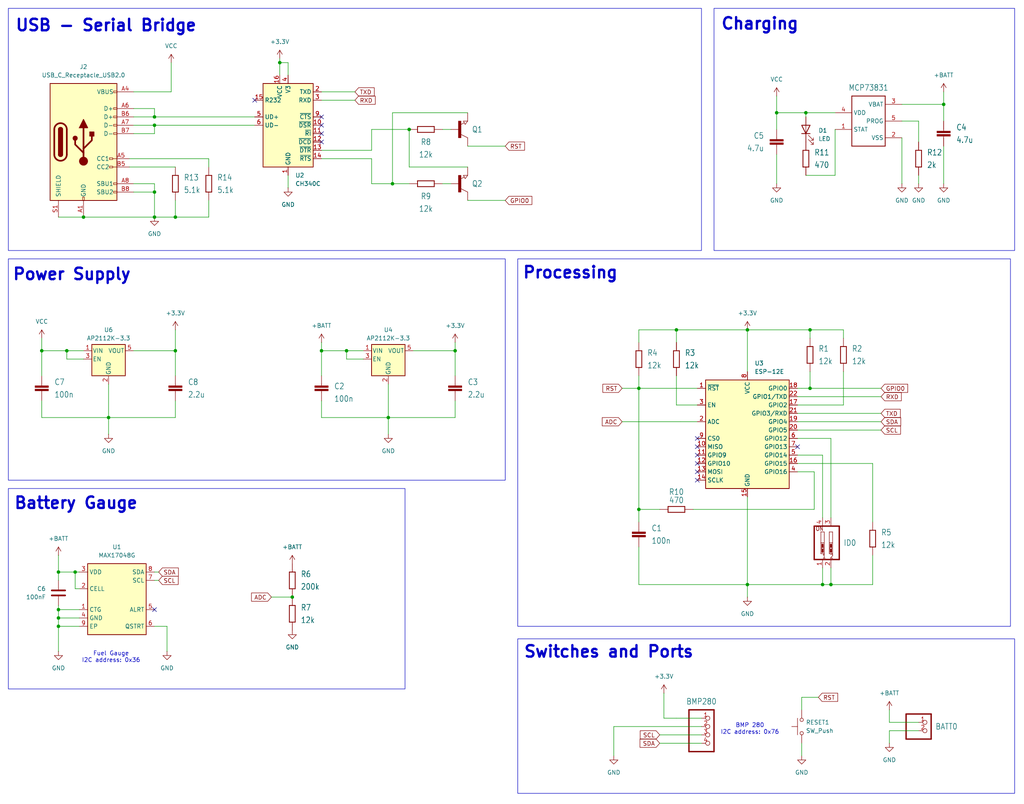
<source format=kicad_sch>
(kicad_sch (version 20231120) (generator "eeschema") (generator_version "8.0")
  (paper "User" 311.455 244.526)
  (lib_symbols
    (symbol "+BATT_1" (power) (pin_numbers hide) (pin_names (offset 0) hide)
      (property "Value" "+BATT" (at 0 3.556 0))
      (symbol "+BATT_1_0_1"
        (polyline (pts (xy -0.762 1.27) (xy 0 2.54)))
        (polyline (pts (xy 0 0) (xy 0 2.54)))
        (polyline (pts (xy 0 2.54) (xy 0.762 1.27)))
      )
      (symbol "+BATT_1_1_1"
        (pin power_in line (at 0 0 90) (length 0) (name "~") (number "1"))
      )
    )
    (symbol "Connector:USB_C_Receptacle_USB2.0" (pin_names (offset 1.016))
      (property "Reference" "J1" (at 0 22.86 0))
      (property "Value" "USB_C_Receptacle_USB2.0" (at 0 20.32 0))
      (symbol "USB_C_Receptacle_USB2.0_0_0"
        (rectangle (start -0.254 -17.78) (end 0.254 -16.764))
        (rectangle (start 8.89 -7.366) (end 7.874 -7.874))
        (rectangle (start 8.89 -4.826) (end 7.874 -5.334))
        (rectangle (start 10.16 -14.986) (end 9.144 -15.494))
        (rectangle (start 10.16 -12.446) (end 9.144 -12.954))
        (rectangle (start 10.16 2.794) (end 9.144 2.286))
        (rectangle (start 10.16 5.334) (end 9.144 4.826))
        (rectangle (start 10.16 7.874) (end 9.144 7.366))
        (rectangle (start 10.16 10.414) (end 9.144 9.906))
        (rectangle (start 10.16 15.494) (end 9.144 14.986))
      )
      (symbol "USB_C_Receptacle_USB2.0_0_1"
        (rectangle (start -10.16 17.78) (end 10.16 -17.78) (stroke (width 0.254)) (fill (type background)))
        (arc (start -8.89 -3.81) (mid -6.985 -5.7067) (end -5.08 -3.81) (stroke (width 0.508)))
        (arc (start -7.62 -3.81) (mid -6.985 -4.4423) (end -6.35 -3.81) (stroke (width 0.254)))
        (arc (start -7.62 -3.81) (mid -6.985 -4.4423) (end -6.35 -3.81) (stroke (width 0.254)) (fill (type outline)))
        (rectangle (start -7.62 -3.81) (end -6.35 3.81) (stroke (width 0.254)) (fill (type outline)))
        (arc (start -6.35 3.81) (mid -6.985 4.4423) (end -7.62 3.81) (stroke (width 0.254)))
        (arc (start -6.35 3.81) (mid -6.985 4.4423) (end -7.62 3.81) (stroke (width 0.254)) (fill (type outline)))
        (arc (start -5.08 3.81) (mid -6.985 5.7067) (end -8.89 3.81) (stroke (width 0.508)))
        (circle (center -2.54 1.143) (radius 0.635) (stroke (width 0.254)) (fill (type outline)))
        (circle (center 0 -5.842) (radius 1.27) (fill (type outline)))
        (polyline (pts (xy -8.89 -3.81) (xy -8.89 3.81)) (stroke (width 0.508)))
        (polyline (pts (xy -5.08 3.81) (xy -5.08 -3.81)) (stroke (width 0.508)))
        (polyline (pts (xy 0 -5.842) (xy 0 4.318)) (stroke (width 0.508)))
        (polyline (pts (xy 0 -3.302) (xy -2.54 -0.762) (xy -2.54 0.508)) (stroke (width 0.508)))
        (polyline (pts (xy 0 -2.032) (xy 2.54 0.508) (xy 2.54 1.778)) (stroke (width 0.508)))
        (polyline (pts (xy -1.27 4.318) (xy 0 6.858) (xy 1.27 4.318) (xy -1.27 4.318)) (stroke (width 0.254)) (fill (type outline)))
        (rectangle (start 1.905 1.778) (end 3.175 3.048) (stroke (width 0.254)) (fill (type outline)))
      )
      (symbol "USB_C_Receptacle_USB2.0_1_1"
        (pin passive line (at 0 -22.86 90) (length 5.08) (name "GND") (number "A1"))
        (pin passive line (at 0 -22.86 90) (length 5.08) hide (name "GND") (number "A12"))
        (pin passive line (at 15.24 15.24 180) (length 5.08) (name "VBUS") (number "A4"))
        (pin bidirectional line (at 13.97 -5.08 180) (length 5.08) (name "CC1") (number "A5"))
        (pin bidirectional line (at 15.24 10.16 180) (length 5.08) (name "D+") (number "A6"))
        (pin bidirectional line (at 15.24 5.08 180) (length 5.08) (name "D-") (number "A7"))
        (pin bidirectional line (at 15.24 -12.7 180) (length 5.08) (name "SBU1") (number "A8"))
        (pin passive line (at 15.24 15.24 180) (length 5.08) hide (name "VBUS") (number "A9"))
        (pin passive line (at 0 -22.86 90) (length 5.08) hide (name "GND") (number "B1"))
        (pin passive line (at 0 -22.86 90) (length 5.08) hide (name "GND") (number "B12"))
        (pin passive line (at 15.24 15.24 180) (length 5.08) hide (name "VBUS") (number "B4"))
        (pin bidirectional line (at 13.97 -7.62 180) (length 5.08) (name "CC2") (number "B5"))
        (pin bidirectional line (at 15.24 7.62 180) (length 5.08) (name "D+") (number "B6"))
        (pin bidirectional line (at 15.24 2.54 180) (length 5.08) (name "D-") (number "B7"))
        (pin bidirectional line (at 15.24 -15.24 180) (length 5.08) (name "SBU2") (number "B8"))
        (pin passive line (at 15.24 15.24 180) (length 5.08) hide (name "VBUS") (number "B9"))
        (pin passive line (at -7.62 -22.86 90) (length 5.08) (name "SHIELD") (number "S1"))
      )
    )
    (symbol "Device:C" (pin_numbers hide) (pin_names (offset 0.254))
      (property "Reference" "C" (at 0.635 2.54 0))
      (property "Value" "C" (at 0.635 -2.54 0))
      (symbol "C_0_1"
        (polyline (pts (xy -2.032 -0.762) (xy 2.032 -0.762)) (stroke (width 0.508)))
        (polyline (pts (xy -2.032 0.762) (xy 2.032 0.762)) (stroke (width 0.508)))
      )
      (symbol "C_1_1"
        (pin passive line (at 0 3.81 270) (length 2.794) (name "~") (number "1"))
        (pin passive line (at 0 -3.81 90) (length 2.794) (name "~") (number "2"))
      )
    )
    (symbol "Device:LED" (pin_numbers hide) (pin_names (offset 1.016) hide)
      (property "Reference" "D" (at 0 2.54 0))
      (property "Value" "LED" (at 0 -2.54 0))
      (symbol "LED_0_1"
        (polyline (pts (xy -1.27 -1.27) (xy -1.27 1.27)) (stroke (width 0.254)))
        (polyline (pts (xy -1.27 0) (xy 1.27 0)))
        (polyline (pts (xy 1.27 -1.27) (xy 1.27 1.27) (xy -1.27 0) (xy 1.27 -1.27)) (stroke (width 0.254)))
        (polyline (pts (xy -3.048 -0.762) (xy -4.572 -2.286) (xy -3.81 -2.286) (xy -4.572 -2.286) (xy -4.572 -1.524)))
        (polyline (pts (xy -1.778 -0.762) (xy -3.302 -2.286) (xy -2.54 -2.286) (xy -3.302 -2.286) (xy -3.302 -1.524)))
      )
      (symbol "LED_1_1"
        (pin passive line (at -3.81 0 0) (length 2.54) (name "K") (number "1"))
        (pin passive line (at 3.81 0 180) (length 2.54) (name "A") (number "2"))
      )
    )
    (symbol "GND_1" (power) (pin_numbers hide) (pin_names (offset 0) hide)
      (property "Value" "GND" (at 0 -3.81 0))
      (symbol "GND_1_0_1"
        (polyline (pts (xy 0 0) (xy 0 -1.27) (xy 1.27 -1.27) (xy 0 -2.54) (xy -1.27 -1.27) (xy 0 -1.27)))
      )
      (symbol "GND_1_1_1"
        (pin power_in line (at 0 0 270) (length 0) (name "~") (number "1"))
      )
    )
    (symbol "Interface_USB:CH340C"
      (property "Reference" "U" (at -5.08 13.97 0))
      (property "Value" "CH340C" (at 1.27 13.97 0))
      (symbol "CH340C_0_1"
        (rectangle (start -7.62 12.7) (end 7.62 -12.7) (stroke (width 0.254)) (fill (type background)))
      )
      (symbol "CH340C_1_1"
        (pin power_in line (at 0 -15.24 90) (length 2.54) (name "GND") (number "1"))
        (pin input line (at 10.16 0 180) (length 2.54) (name "~{DSR}") (number "10"))
        (pin input line (at 10.16 -2.54 180) (length 2.54) (name "~{RI}") (number "11"))
        (pin input line (at 10.16 -5.08 180) (length 2.54) (name "~{DCD}") (number "12"))
        (pin output line (at 10.16 -7.62 180) (length 2.54) (name "~{DTR}") (number "13"))
        (pin output line (at 10.16 -10.16 180) (length 2.54) (name "~{RTS}") (number "14"))
        (pin input line (at -10.16 7.62 0) (length 2.54) (name "R232") (number "15"))
        (pin power_in line (at -2.54 15.24 270) (length 2.54) (name "VCC") (number "16"))
        (pin output line (at 10.16 10.16 180) (length 2.54) (name "TXD") (number "2"))
        (pin input line (at 10.16 7.62 180) (length 2.54) (name "RXD") (number "3"))
        (pin power_out line (at 0 15.24 270) (length 2.54) (name "V3") (number "4"))
        (pin bidirectional line (at -10.16 2.54 0) (length 2.54) (name "UD+") (number "5"))
        (pin bidirectional line (at -10.16 0 0) (length 2.54) (name "UD-") (number "6"))
        (pin no_connect line (at -7.62 -5.08 0) (length 2.54) hide (name "NC") (number "7"))
        (pin no_connect line (at -7.62 -7.62 0) (length 2.54) hide (name "NC") (number "8"))
        (pin input line (at 10.16 2.54 180) (length 2.54) (name "~{CTS}") (number "9"))
      )
    )
    (symbol "RF_Module:ESP-12E"
      (property "Reference" "U" (at -12.7 19.05 0))
      (property "Value" "ESP-12E" (at 12.7 19.05 0))
      (symbol "ESP-12E_0_1"
        (rectangle (start -12.7 17.78) (end 12.7 -15.24) (stroke (width 0.254)) (fill (type background)))
      )
      (symbol "ESP-12E_1_1"
        (pin input line (at -15.24 15.24 0) (length 2.54) (name "~{RST}") (number "1"))
        (pin bidirectional line (at -15.24 -2.54 0) (length 2.54) (name "MISO") (number "10"))
        (pin bidirectional line (at -15.24 -5.08 0) (length 2.54) (name "GPIO9") (number "11"))
        (pin bidirectional line (at -15.24 -7.62 0) (length 2.54) (name "GPIO10") (number "12"))
        (pin bidirectional line (at -15.24 -10.16 0) (length 2.54) (name "MOSI") (number "13"))
        (pin bidirectional line (at -15.24 -12.7 0) (length 2.54) (name "SCLK") (number "14"))
        (pin power_in line (at 0 -17.78 90) (length 2.54) (name "GND") (number "15"))
        (pin bidirectional line (at 15.24 -7.62 180) (length 2.54) (name "GPIO15") (number "16"))
        (pin bidirectional line (at 15.24 10.16 180) (length 2.54) (name "GPIO2") (number "17"))
        (pin bidirectional line (at 15.24 15.24 180) (length 2.54) (name "GPIO0") (number "18"))
        (pin bidirectional line (at 15.24 5.08 180) (length 2.54) (name "GPIO4") (number "19"))
        (pin input line (at -15.24 5.08 0) (length 2.54) (name "ADC") (number "2"))
        (pin bidirectional line (at 15.24 2.54 180) (length 2.54) (name "GPIO5") (number "20"))
        (pin bidirectional line (at 15.24 7.62 180) (length 2.54) (name "GPIO3/RXD") (number "21"))
        (pin bidirectional line (at 15.24 12.7 180) (length 2.54) (name "GPIO1/TXD") (number "22"))
        (pin input line (at -15.24 10.16 0) (length 2.54) (name "EN") (number "3"))
        (pin bidirectional line (at 15.24 -10.16 180) (length 2.54) (name "GPIO16") (number "4"))
        (pin bidirectional line (at 15.24 -5.08 180) (length 2.54) (name "GPIO14") (number "5"))
        (pin bidirectional line (at 15.24 0 180) (length 2.54) (name "GPIO12") (number "6"))
        (pin bidirectional line (at 15.24 -2.54 180) (length 2.54) (name "GPIO13") (number "7"))
        (pin power_in line (at 0 20.32 270) (length 2.54) (name "VCC") (number "8"))
        (pin input line (at -15.24 0 0) (length 2.54) (name "CS0") (number "9"))
      )
    )
    (symbol "Regulator_Linear:AP2112K-3.3" (pin_names (offset 0.254))
      (property "Reference" "U" (at -5.08 5.715 0))
      (property "Value" "AP2112K-3.3" (at 0 5.715 0))
      (symbol "AP2112K-3.3_0_1"
        (rectangle (start -5.08 4.445) (end 5.08 -5.08) (stroke (width 0.254)) (fill (type background)))
      )
      (symbol "AP2112K-3.3_1_1"
        (pin power_in line (at -7.62 2.54 0) (length 2.54) (name "VIN") (number "1"))
        (pin power_in line (at 0 -7.62 90) (length 2.54) (name "GND") (number "2"))
        (pin input line (at -7.62 0 0) (length 2.54) (name "EN") (number "3"))
        (pin no_connect line (at 5.08 0 180) (length 2.54) hide (name "NC") (number "4"))
        (pin power_out line (at 7.62 2.54 180) (length 2.54) (name "VOUT") (number "5"))
      )
    )
    (symbol "Switch:SW_Push" (pin_numbers hide) (pin_names (offset 1.016) hide)
      (property "Reference" "SW" (at 1.27 2.54 0))
      (property "Value" "SW_Push" (at 0 -1.524 0))
      (symbol "SW_Push_0_1"
        (circle (center -2.032 0) (radius 0.508))
        (polyline (pts (xy 0 1.27) (xy 0 3.048)))
        (polyline (pts (xy 2.54 1.27) (xy -2.54 1.27)))
        (circle (center 2.032 0) (radius 0.508))
        (pin passive line (at -5.08 0 0) (length 2.54) (name "1") (number "1"))
        (pin passive line (at 5.08 0 180) (length 2.54) (name "2") (number "2"))
      )
    )
    (symbol "Weathernode-eagle-import:C-EUC1210"
      (property "Reference" "C" (at 1.524 0.381 0))
      (symbol "C-EUC1210_1_0"
        (rectangle (start -2.032 -2.032) (end 2.032 -1.524) (fill (type outline)))
        (rectangle (start -2.032 -1.016) (end 2.032 -0.508) (fill (type outline)))
        (polyline (pts (xy 0 -2.54) (xy 0 -2.032)) (stroke (width 0.1524)))
        (polyline (pts (xy 0 0) (xy 0 -0.508)) (stroke (width 0.1524)))
        (pin passive line (at 0 2.54 270) (length 2.54) (name "1") (number "1"))
        (pin passive line (at 0 -5.08 90) (length 2.54) (name "2") (number "2"))
      )
    )
    (symbol "Weathernode-eagle-import:MCP73831"
      (symbol "MCP73831_1_0"
        (polyline (pts (xy -5.08 -7.62) (xy -5.08 7.62)) (stroke (width 0.254)))
        (polyline (pts (xy -5.08 7.62) (xy 5.08 7.62)) (stroke (width 0.254)))
        (polyline (pts (xy 5.08 -7.62) (xy -5.08 -7.62)) (stroke (width 0.254)))
        (polyline (pts (xy 5.08 7.62) (xy 5.08 -7.62)) (stroke (width 0.254)))
        (pin bidirectional line (at -10.16 -2.54 0) (length 5.08) (name "STAT") (number "1"))
        (pin bidirectional line (at 10.16 -5.08 180) (length 5.08) (name "VSS") (number "2"))
        (pin bidirectional line (at 10.16 5.08 180) (length 5.08) (name "VBAT") (number "3"))
        (pin bidirectional line (at -10.16 2.54 0) (length 5.08) (name "VDD") (number "4"))
        (pin bidirectional line (at 10.16 0 180) (length 5.08) (name "PROG") (number "5"))
      )
    )
    (symbol "Weathernode-eagle-import:NPN-TRANSISTOR_SOT23"
      (property "Reference" "Q" (at -10.16 7.62 0))
      (symbol "NPN-TRANSISTOR_SOT23_1_0"
        (rectangle (start -0.254 -2.54) (end 0.508 2.54) (fill (type outline)))
        (polyline (pts (xy 1.27 -2.54) (xy 1.778 -1.524)) (stroke (width 0.1524)))
        (polyline (pts (xy 1.54 -2.0399) (xy 0.3081 -1.4239)) (stroke (width 0.1524)))
        (polyline (pts (xy 1.778 -1.524) (xy 2.54 -2.54)) (stroke (width 0.1524)))
        (polyline (pts (xy 2.54 -2.54) (xy 1.27 -2.54)) (stroke (width 0.1524)))
        (polyline (pts (xy 2.54 2.54) (xy 0.508 1.524)) (stroke (width 0.1524)))
        (pin passive line (at -2.54 0 0) (length 2.54) (name "B") (number "1"))
        (pin passive line (at 2.54 -5.08 90) (length 2.54) (name "E") (number "2"))
        (pin passive line (at 2.54 5.08 270) (length 2.54) (name "C") (number "3"))
      )
    )
    (symbol "Weathernode-eagle-import:PINHD-1X2"
      (property "Reference" "JP" (at -6.35 5.715 0))
      (symbol "PINHD-1X2_1_0"
        (polyline (pts (xy -6.35 -2.54) (xy 1.27 -2.54)) (stroke (width 0.4064)))
        (polyline (pts (xy -6.35 5.08) (xy -6.35 -2.54)) (stroke (width 0.4064)))
        (polyline (pts (xy 1.27 -2.54) (xy 1.27 5.08)) (stroke (width 0.4064)))
        (polyline (pts (xy 1.27 5.08) (xy -6.35 5.08)) (stroke (width 0.4064)))
        (pin passive inverted (at -2.54 2.54 0) (length 2.54) (name "1") (number "1"))
        (pin passive inverted (at -2.54 0 0) (length 2.54) (name "2") (number "2"))
      )
    )
    (symbol "Weathernode-eagle-import:PINHD-1X4"
      (property "Reference" "JP" (at -6.35 8.255 0))
      (symbol "PINHD-1X4_1_0"
        (polyline (pts (xy -6.35 -5.08) (xy 1.27 -5.08)) (stroke (width 0.4064)))
        (polyline (pts (xy -6.35 7.62) (xy -6.35 -5.08)) (stroke (width 0.4064)))
        (polyline (pts (xy 1.27 -5.08) (xy 1.27 7.62)) (stroke (width 0.4064)))
        (polyline (pts (xy 1.27 7.62) (xy -6.35 7.62)) (stroke (width 0.4064)))
        (pin passive inverted (at -2.54 5.08 0) (length 2.54) (name "1") (number "1"))
        (pin passive inverted (at -2.54 2.54 0) (length 2.54) (name "2") (number "2"))
        (pin passive inverted (at -2.54 0 0) (length 2.54) (name "3") (number "3"))
        (pin passive inverted (at -2.54 -2.54 0) (length 2.54) (name "4") (number "4"))
      )
    )
    (symbol "Weathernode-eagle-import:R-EU_R1206"
      (property "Reference" "R" (at -3.81 1.4986 0))
      (symbol "R-EU_R1206_1_0"
        (polyline (pts (xy -2.54 -0.889) (xy -2.54 0.889)) (stroke (width 0.254)))
        (polyline (pts (xy -2.54 -0.889) (xy 2.54 -0.889)) (stroke (width 0.254)))
        (polyline (pts (xy 2.54 -0.889) (xy 2.54 0.889)) (stroke (width 0.254)))
        (polyline (pts (xy 2.54 0.889) (xy -2.54 0.889)) (stroke (width 0.254)))
        (pin passive line (at -5.08 0 0) (length 2.54) (name "1") (number "1"))
        (pin passive line (at 5.08 0 180) (length 2.54) (name "2") (number "2"))
      )
    )
    (symbol "Weathernode-eagle-import:SW_DIP-2"
      (property "Reference" "SW" (at -5.08 3.175 0))
      (symbol "SW_DIP-2_1_0"
        (polyline (pts (xy -5.08 -5.08) (xy -5.08 2.54)) (stroke (width 0.4064)))
        (polyline (pts (xy -5.08 -5.08) (xy 5.08 -5.08)) (stroke (width 0.4064)))
        (polyline (pts (xy -3.302 -3.048) (xy -3.302 -2.032)) (stroke (width 0.1524)))
        (polyline (pts (xy -3.302 -2.032) (xy 0 -2.032)) (stroke (width 0.1524)))
        (polyline (pts (xy -3.302 -0.508) (xy -3.302 0.508)) (stroke (width 0.1524)))
        (polyline (pts (xy -3.302 0.508) (xy 0 0.508)) (stroke (width 0.1524)))
        (polyline (pts (xy 0 -3.048) (xy -3.302 -3.048)) (stroke (width 0.1524)))
        (polyline (pts (xy 0 -2.032) (xy 0 -3.048)) (stroke (width 0.1524)))
        (polyline (pts (xy 0 -2.032) (xy 3.302 -2.032)) (stroke (width 0.1524)))
        (polyline (pts (xy 0 -0.508) (xy -3.302 -0.508)) (stroke (width 0.1524)))
        (polyline (pts (xy 0 0.508) (xy 0 -0.508)) (stroke (width 0.1524)))
        (polyline (pts (xy 0 0.508) (xy 3.302 0.508)) (stroke (width 0.1524)))
        (polyline (pts (xy 1.397 -2.794) (xy 1.905 -2.794)))
        (polyline (pts (xy 1.397 -2.286) (xy 1.905 -2.286)))
        (polyline (pts (xy 1.397 -0.254) (xy 1.905 -0.254)))
        (polyline (pts (xy 1.397 0.254) (xy 1.905 0.254)))
        (polyline (pts (xy 3.302 -3.048) (xy 0 -3.048)) (stroke (width 0.1524)))
        (polyline (pts (xy 3.302 -2.032) (xy 3.302 -3.048)) (stroke (width 0.1524)))
        (polyline (pts (xy 3.302 -0.508) (xy 0 -0.508)) (stroke (width 0.1524)))
        (polyline (pts (xy 3.302 0.508) (xy 3.302 -0.508)) (stroke (width 0.1524)))
        (polyline (pts (xy 5.08 2.54) (xy -5.08 2.54)) (stroke (width 0.4064)))
        (polyline (pts (xy 5.08 2.54) (xy 5.08 -5.08)) (stroke (width 0.4064)))
        (rectangle (start 0.381 -2.794) (end 1.397 -2.286) (fill (type outline)))
        (rectangle (start 0.381 -0.254) (end 1.397 0.254) (fill (type outline)))
        (rectangle (start 1.905 -2.794) (end 2.921 -2.286) (fill (type outline)))
        (rectangle (start 1.905 -0.254) (end 2.921 0.254) (fill (type outline)))
        (text "1" (at 4.826 -2.667 900) (effects (font (size 1.27 1.0795)) (justify left bottom)))
        (text "2" (at 4.826 -0.381 900) (effects (font (size 1.27 1.0795)) (justify left bottom)))
        (text "ON" (at -3.556 -4.699 900) (effects (font (size 1.27 1.0795)) (justify left bottom)))
        (pin passive line (at 7.62 -2.54 180) (length 2.54) (name "1") (number "1"))
        (pin passive line (at 7.62 0 180) (length 2.54) (name "2") (number "2"))
        (pin passive line (at -7.62 0 0) (length 2.54) (name "3") (number "3"))
        (pin passive line (at -7.62 -2.54 0) (length 2.54) (name "4") (number "4"))
      )
    )
    (symbol "omoteLib:MAX17048G"
      (property "Reference" "U" (at -8.89 12.7 0))
      (property "Value" "MAX17048G" (at -3.81 -11.43 0))
      (symbol "MAX17048G_0_1"
        (rectangle (start -8.89 11.43) (end 8.89 -10.16) (stroke (width 0.254)) (fill (type background)))
      )
      (symbol "MAX17048G_1_1"
        (pin input line (at -11.43 -2.54 0) (length 2.54) (name "CTG") (number "1"))
        (pin input line (at -11.43 3.81 0) (length 2.54) (name "CELL") (number "2"))
        (pin power_in line (at -11.43 8.89 0) (length 2.54) (name "VDD") (number "3"))
        (pin power_in line (at -11.43 -5.08 0) (length 2.54) (name "GND") (number "4"))
        (pin output line (at 11.43 -2.54 180) (length 2.54) (name "ALRT") (number "5"))
        (pin input line (at 11.43 -7.62 180) (length 2.54) (name "QSTRT") (number "6"))
        (pin bidirectional line (at 11.43 6.35 180) (length 2.54) (name "SCL") (number "7"))
        (pin bidirectional line (at 11.43 8.89 180) (length 2.54) (name "SDA") (number "8"))
        (pin output line (at -11.43 -7.62 0) (length 2.54) (name "EP") (number "9"))
      )
    )
    (symbol "power:+3.3V" (power) (pin_numbers hide) (pin_names (offset 0) hide)
      (property "Value" "+3.3V" (at 0 3.556 0))
      (symbol "+3.3V_0_1"
        (polyline (pts (xy -0.762 1.27) (xy 0 2.54)))
        (polyline (pts (xy 0 0) (xy 0 2.54)))
        (polyline (pts (xy 0 2.54) (xy 0.762 1.27)))
      )
      (symbol "+3.3V_1_1"
        (pin power_in line (at 0 0 90) (length 0) (name "~") (number "1"))
      )
    )
    (symbol "power:+BATT" (power) (pin_numbers hide) (pin_names (offset 0) hide)
      (property "Value" "+BATT" (at 0 3.556 0))
      (symbol "+BATT_0_1"
        (polyline (pts (xy -0.762 1.27) (xy 0 2.54)))
        (polyline (pts (xy 0 0) (xy 0 2.54)))
        (polyline (pts (xy 0 2.54) (xy 0.762 1.27)))
      )
      (symbol "+BATT_1_1"
        (pin power_in line (at 0 0 90) (length 0) (name "~") (number "1"))
      )
    )
    (symbol "power:VCC" (power) (pin_numbers hide) (pin_names (offset 0) hide)
      (property "Value" "VCC" (at 0 3.556 0))
      (symbol "VCC_0_1"
        (polyline (pts (xy -0.762 1.27) (xy 0 2.54)))
        (polyline (pts (xy 0 0) (xy 0 2.54)))
        (polyline (pts (xy 0 2.54) (xy 0.762 1.27)))
      )
      (symbol "VCC_1_1"
        (pin power_in line (at 0 0 90) (length 0) (name "~") (number "1"))
      )
    )
  )
  (junction (at 33.02 127))
  (junction (at 25.4 66.04))
  (junction (at 287.02 31.75))
  (junction (at 53.34 66.04))
  (junction (at 46.99 35.56))
  (junction (at 246.38 100.33))
  (junction (at 205.74 100.33))
  (junction (at 119.38 55.88))
  (junction (at 22.86 173.99))
  (junction (at 20.32 106.68))
  (junction (at 85.09 19.05))
  (junction (at 88.9 181.61))
  (junction (at 138.43 106.68))
  (junction (at 236.22 34.29))
  (junction (at 46.99 66.04))
  (junction (at 227.33 177.8))
  (junction (at 53.34 106.68))
  (junction (at 118.11 127))
  (junction (at 46.99 58.42))
  (junction (at 245.11 34.29))
  (junction (at 17.78 187.96))
  (junction (at 246.38 118.11))
  (junction (at 105.41 106.68))
  (junction (at 46.99 38.1))
  (junction (at 250.19 177.8))
  (junction (at 12.7 106.68))
  (junction (at 97.79 106.68))
  (junction (at 17.78 185.42))
  (junction (at 227.33 100.33))
  (junction (at 194.31 154.94))
  (junction (at 17.78 190.5))
  (junction (at 252.73 177.8))
  (junction (at 124.46 39.37))
  (junction (at 194.31 118.11))
  (junction (at 17.78 173.99))
  (no_connect (at 212.09 143.51))
  (no_connect (at 97.79 38.1))
  (no_connect (at 212.09 138.43))
  (no_connect (at 77.47 30.48))
  (no_connect (at 97.79 40.64))
  (no_connect (at 97.79 35.56))
  (no_connect (at 212.09 140.97))
  (no_connect (at 212.09 133.35))
  (no_connect (at 212.09 135.89))
  (no_connect (at 46.99 185.42))
  (no_connect (at 212.09 146.05))
  (no_connect (at 242.57 135.89))
  (no_connect (at 97.79 43.18))
  (wire (pts (xy 194.31 177.8) (xy 227.33 177.8)) (stroke (width 0.1524)))
  (wire (pts (xy 63.5 50.8) (xy 63.5 48.26)))
  (wire (pts (xy 227.33 100.33) (xy 205.74 100.33)))
  (wire (pts (xy 46.99 66.04) (xy 53.34 66.04)) (stroke (width 0.1524)))
  (wire (pts (xy 142.24 34.29) (xy 119.38 34.29)) (stroke (width 0.1524)))
  (wire (pts (xy 227.33 100.33) (xy 246.38 100.33)))
  (wire (pts (xy 138.43 127) (xy 118.11 127)) (stroke (width 0.1524)))
  (wire (pts (xy 246.38 113.03) (xy 246.38 118.11)))
  (wire (pts (xy 274.32 41.91) (xy 274.32 55.88)) (stroke (width 0.1524)))
  (wire (pts (xy 242.57 125.73) (xy 267.97 125.73)))
  (wire (pts (xy 17.78 187.96) (xy 24.13 187.96)))
  (wire (pts (xy 97.79 121.92) (xy 97.79 127)) (stroke (width 0.1524)))
  (wire (pts (xy 113.03 39.37) (xy 113.03 45.72)) (stroke (width 0.1524)))
  (wire (pts (xy 105.41 106.68) (xy 110.49 106.68)) (stroke (width 0.1524)))
  (wire (pts (xy 248.92 212.09) (xy 243.84 212.09)) (stroke (width 0.1524)))
  (wire (pts (xy 236.22 34.29) (xy 245.11 34.29)) (stroke (width 0.1524)))
  (wire (pts (xy 46.99 190.5) (xy 50.8 190.5)))
  (wire (pts (xy 245.11 34.29) (xy 254 34.29)) (stroke (width 0.1524)))
  (wire (pts (xy 40.64 55.88) (xy 46.99 55.88)))
  (wire (pts (xy 97.79 106.68) (xy 97.79 114.3)))
  (wire (pts (xy 12.7 106.68) (xy 20.32 106.68)) (stroke (width 0.1524)))
  (wire (pts (xy 17.78 190.5) (xy 17.78 198.12)))
  (wire (pts (xy 205.74 218.44) (xy 213.36 218.44)) (stroke (width 0.1524)))
  (wire (pts (xy 287.02 27.94) (xy 287.02 31.75)))
  (wire (pts (xy 142.24 50.8) (xy 124.46 50.8)) (stroke (width 0.1524)))
  (wire (pts (xy 256.54 100.33) (xy 256.54 102.87)))
  (wire (pts (xy 194.31 154.94) (xy 194.31 158.75)) (stroke (width 0.1524)))
  (wire (pts (xy 46.99 173.99) (xy 48.26 173.99)))
  (wire (pts (xy 124.46 50.8) (xy 124.46 39.37)) (stroke (width 0.1524)))
  (wire (pts (xy 205.74 114.3) (xy 205.74 123.19)))
  (wire (pts (xy 33.02 116.84) (xy 33.02 127)) (stroke (width 0.1524)))
  (wire (pts (xy 194.31 114.3) (xy 194.31 118.11)))
  (wire (pts (xy 113.03 55.88) (xy 119.38 55.88)))
  (wire (pts (xy 12.7 102.87) (xy 12.7 106.68)))
  (wire (pts (xy 243.84 226.06) (xy 243.84 229.87)) (stroke (width 0.1524)))
  (wire (pts (xy 113.03 45.72) (xy 97.79 45.72)) (stroke (width 0.1524)))
  (wire (pts (xy 243.84 118.11) (xy 246.38 118.11)))
  (wire (pts (xy 52.07 27.94) (xy 52.07 19.05)))
  (wire (pts (xy 53.34 114.3) (xy 53.34 106.68)) (stroke (width 0.1524)))
  (wire (pts (xy 105.41 109.22) (xy 105.41 106.68)))
  (wire (pts (xy 270.51 222.25) (xy 279.4 222.25)) (stroke (width 0.1524)))
  (wire (pts (xy 17.78 66.04) (xy 25.4 66.04)))
  (wire (pts (xy 242.57 118.11) (xy 243.84 118.11)) (stroke (width 0.1524)))
  (wire (pts (xy 85.09 17.78) (xy 85.09 19.05)))
  (wire (pts (xy 246.38 100.33) (xy 256.54 100.33)))
  (wire (pts (xy 242.57 143.51) (xy 247.65 143.51)))
  (wire (pts (xy 40.64 106.68) (xy 53.34 106.68)) (stroke (width 0.1524)))
  (wire (pts (xy 17.78 185.42) (xy 24.13 185.42)))
  (wire (pts (xy 17.78 190.5) (xy 17.78 187.96)))
  (wire (pts (xy 85.09 19.05) (xy 87.63 19.05)))
  (wire (pts (xy 287.02 44.45) (xy 287.02 55.88)) (stroke (width 0.1524)))
  (wire (pts (xy 242.57 123.19) (xy 256.54 123.19)))
  (wire (pts (xy 246.38 118.11) (xy 267.97 118.11)))
  (wire (pts (xy 25.4 66.04) (xy 46.99 66.04)) (stroke (width 0.1524)))
  (wire (pts (xy 153.67 44.45) (xy 142.24 44.45)))
  (wire (pts (xy 242.57 130.81) (xy 267.97 130.81)))
  (wire (pts (xy 82.55 181.61) (xy 88.9 181.61)))
  (wire (pts (xy 236.22 34.29) (xy 236.22 39.37)) (stroke (width 0.1524)))
  (wire (pts (xy 46.99 35.56) (xy 77.47 35.56)))
  (wire (pts (xy 270.51 226.06) (xy 270.51 222.25)) (stroke (width 0.1524)))
  (wire (pts (xy 97.79 27.94) (xy 107.95 27.94)))
  (wire (pts (xy 97.79 48.26) (xy 113.03 48.26)))
  (wire (pts (xy 22.86 173.99) (xy 22.86 179.07)))
  (wire (pts (xy 124.46 39.37) (xy 113.03 39.37)) (stroke (width 0.1524)))
  (wire (pts (xy 97.79 104.14) (xy 97.79 106.68)))
  (wire (pts (xy 250.19 138.43) (xy 242.57 138.43)) (stroke (width 0.1524)))
  (wire (pts (xy 138.43 104.14) (xy 138.43 106.68)) (stroke (width 0.1524)))
  (wire (pts (xy 252.73 172.72) (xy 252.73 177.8)) (stroke (width 0.1524)))
  (wire (pts (xy 205.74 100.33) (xy 205.74 104.14)))
  (wire (pts (xy 250.19 138.43) (xy 250.19 157.48)) (stroke (width 0.1524)))
  (wire (pts (xy 39.37 50.8) (xy 53.34 50.8)))
  (wire (pts (xy 236.22 29.21) (xy 236.22 34.29)))
  (wire (pts (xy 53.34 60.96) (xy 53.34 66.04)))
  (wire (pts (xy 63.5 60.96) (xy 63.5 66.04)))
  (wire (pts (xy 274.32 31.75) (xy 287.02 31.75)) (stroke (width 0.1524)))
  (wire (pts (xy 227.33 177.8) (xy 250.19 177.8)))
  (wire (pts (xy 242.57 128.27) (xy 267.97 128.27)))
  (wire (pts (xy 17.78 173.99) (xy 22.86 173.99)))
  (wire (pts (xy 194.31 166.37) (xy 194.31 177.8)) (stroke (width 0.1524)))
  (wire (pts (xy 46.99 38.1) (xy 46.99 40.64)))
  (wire (pts (xy 53.34 100.33) (xy 53.34 106.68)))
  (wire (pts (xy 270.51 215.9) (xy 270.51 219.71)))
  (wire (pts (xy 246.38 102.87) (xy 246.38 100.33)))
  (wire (pts (xy 200.66 226.06) (xy 213.36 226.06)))
  (wire (pts (xy 87.63 22.86) (xy 87.63 19.05)))
  (wire (pts (xy 46.99 33.02) (xy 40.64 33.02)))
  (wire (pts (xy 242.57 140.97) (xy 265.43 140.97)))
  (wire (pts (xy 227.33 113.03) (xy 227.33 100.33)))
  (wire (pts (xy 22.86 179.07) (xy 24.13 179.07)))
  (wire (pts (xy 186.69 220.98) (xy 213.36 220.98)))
  (wire (pts (xy 110.49 109.22) (xy 105.41 109.22)))
  (wire (pts (xy 250.19 172.72) (xy 250.19 177.8)) (stroke (width 0.1524)))
  (wire (pts (xy 46.99 38.1) (xy 77.47 38.1)))
  (wire (pts (xy 194.31 118.11) (xy 189.23 118.11)) (stroke (width 0.1524)))
  (wire (pts (xy 205.74 123.19) (xy 212.09 123.19)))
  (wire (pts (xy 242.57 120.65) (xy 267.97 120.65)))
  (wire (pts (xy 46.99 58.42) (xy 46.99 66.04)))
  (wire (pts (xy 113.03 48.26) (xy 113.03 55.88)))
  (wire (pts (xy 137.16 55.88) (xy 134.62 55.88)) (stroke (width 0.1524)))
  (wire (pts (xy 194.31 100.33) (xy 194.31 104.14)))
  (wire (pts (xy 245.11 53.34) (xy 254 53.34)) (stroke (width 0.1524)))
  (wire (pts (xy 48.26 176.53) (xy 46.99 176.53)))
  (wire (pts (xy 24.13 190.5) (xy 17.78 190.5)))
  (wire (pts (xy 138.43 114.3) (xy 138.43 106.68)) (stroke (width 0.1524)))
  (wire (pts (xy 40.64 38.1) (xy 46.99 38.1)))
  (wire (pts (xy 254 53.34) (xy 254 39.37)) (stroke (width 0.1524)))
  (wire (pts (xy 236.22 46.99) (xy 236.22 55.88)) (stroke (width 0.1524)))
  (wire (pts (xy 17.78 185.42) (xy 17.78 184.15)))
  (wire (pts (xy 12.7 121.92) (xy 12.7 127)) (stroke (width 0.1524)))
  (wire (pts (xy 252.73 133.35) (xy 242.57 133.35)) (stroke (width 0.1524)))
  (wire (pts (xy 125.73 106.68) (xy 138.43 106.68)) (stroke (width 0.1524)))
  (wire (pts (xy 138.43 121.92) (xy 138.43 127)) (stroke (width 0.1524)))
  (wire (pts (xy 200.66 154.94) (xy 194.31 154.94)))
  (wire (pts (xy 189.23 128.27) (xy 207.01 128.27)))
  (wire (pts (xy 12.7 114.3) (xy 12.7 106.68)) (stroke (width 0.1524)))
  (wire (pts (xy 119.38 34.29) (xy 119.38 55.88)) (stroke (width 0.1524)))
  (wire (pts (xy 118.11 127) (xy 118.11 132.08)) (stroke (width 0.1524)))
  (wire (pts (xy 250.19 177.8) (xy 252.73 177.8)) (stroke (width 0.1524)))
  (wire (pts (xy 279.4 55.88) (xy 279.4 53.34)) (stroke (width 0.1524)))
  (wire (pts (xy 265.43 168.91) (xy 265.43 177.8)))
  (wire (pts (xy 137.16 39.37) (xy 134.62 39.37)) (stroke (width 0.1524)))
  (wire (pts (xy 53.34 66.04) (xy 63.5 66.04)) (stroke (width 0.1524)))
  (wire (pts (xy 194.31 118.11) (xy 212.09 118.11)) (stroke (width 0.1524)))
  (wire (pts (xy 265.43 140.97) (xy 265.43 158.75)))
  (wire (pts (xy 279.4 36.83) (xy 274.32 36.83)) (stroke (width 0.1524)))
  (wire (pts (xy 227.33 151.13) (xy 227.33 177.8)))
  (wire (pts (xy 40.64 35.56) (xy 46.99 35.56)))
  (wire (pts (xy 53.34 121.92) (xy 53.34 127)) (stroke (width 0.1524)))
  (wire (pts (xy 39.37 48.26) (xy 63.5 48.26)))
  (wire (pts (xy 17.78 187.96) (xy 17.78 185.42)))
  (wire (pts (xy 200.66 223.52) (xy 213.36 223.52)))
  (wire (pts (xy 153.67 60.96) (xy 142.24 60.96)))
  (wire (pts (xy 205.74 100.33) (xy 194.31 100.33)))
  (wire (pts (xy 201.93 210.82) (xy 201.93 218.44)))
  (wire (pts (xy 25.4 109.22) (xy 20.32 109.22)))
  (wire (pts (xy 17.78 168.91) (xy 17.78 173.99)))
  (wire (pts (xy 270.51 219.71) (xy 279.4 219.71)) (stroke (width 0.1524)))
  (wire (pts (xy 186.69 229.87) (xy 186.69 220.98)))
  (wire (pts (xy 210.82 154.94) (xy 247.65 154.94)))
  (wire (pts (xy 33.02 127) (xy 33.02 132.08)) (stroke (width 0.1524)))
  (wire (pts (xy 20.32 109.22) (xy 20.32 106.68)))
  (wire (pts (xy 105.41 106.68) (xy 97.79 106.68)))
  (wire (pts (xy 252.73 133.35) (xy 252.73 157.48)) (stroke (width 0.1524)))
  (wire (pts (xy 245.11 34.29) (xy 245.11 35.56)))
  (wire (pts (xy 287.02 31.75) (xy 287.02 36.83)) (stroke (width 0.1524)))
  (wire (pts (xy 97.79 30.48) (xy 107.95 30.48)))
  (wire (pts (xy 252.73 177.8) (xy 265.43 177.8)) (stroke (width 0.1524)))
  (wire (pts (xy 46.99 40.64) (xy 40.64 40.64)))
  (wire (pts (xy 201.93 218.44) (xy 205.74 218.44)))
  (wire (pts (xy 40.64 27.94) (xy 52.07 27.94)))
  (wire (pts (xy 53.34 127) (xy 33.02 127)) (stroke (width 0.1524)))
  (wire (pts (xy 227.33 177.8) (xy 227.33 181.61)) (stroke (width 0.1524)))
  (wire (pts (xy 118.11 116.84) (xy 118.11 127)) (stroke (width 0.1524)))
  (wire (pts (xy 207.01 128.27) (xy 212.09 128.27)) (stroke (width 0.1524)))
  (wire (pts (xy 46.99 33.02) (xy 46.99 35.56)))
  (wire (pts (xy 247.65 154.94) (xy 247.65 143.51)))
  (wire (pts (xy 97.79 127) (xy 118.11 127)) (stroke (width 0.1524)))
  (wire (pts (xy 20.32 106.68) (xy 25.4 106.68)) (stroke (width 0.1524)))
  (wire (pts (xy 46.99 55.88) (xy 46.99 58.42)))
  (wire (pts (xy 22.86 173.99) (xy 24.13 173.99)))
  (wire (pts (xy 40.64 58.42) (xy 46.99 58.42)))
  (wire (pts (xy 279.4 43.18) (xy 279.4 36.83)) (stroke (width 0.1524)))
  (wire (pts (xy 85.09 22.86) (xy 85.09 19.05)))
  (wire (pts (xy 12.7 127) (xy 33.02 127)) (stroke (width 0.1524)))
  (wire (pts (xy 243.84 212.09) (xy 243.84 215.9)) (stroke (width 0.1524)))
  (wire (pts (xy 194.31 118.11) (xy 194.31 154.94)) (stroke (width 0.1524)))
  (wire (pts (xy 256.54 123.19) (xy 256.54 113.03)))
  (wire (pts (xy 50.8 190.5) (xy 50.8 198.12)))
  (wire (pts (xy 87.63 53.34) (xy 87.63 57.15)))
  (wire (pts (xy 124.46 55.88) (xy 119.38 55.88)) (stroke (width 0.1524)))
  (wire (pts (xy 17.78 176.53) (xy 17.78 173.99)))
  (rectangle (start 2.54 78.74) (end 153.67 146.05))
  (rectangle (start 157.48 194.31) (end 308.61 241.3))
  (rectangle (start 217.17 2.54) (end 308.61 76.2))
  (rectangle (start 157.48 78.74) (end 307.34 190.5))
  (rectangle (start 2.54 148.59) (end 123.19 209.55))
  (rectangle (start 2.54 2.54) (end 213.36 76.2))
  (text "Power Supply" (at 21.844 83.566 0) (effects (font (size 3.5 3.5) (thickness 0.7) (bold yes))))
  (text "BMP 280\nI2C address: 0x76" (at 228.092 223.52 0) (effects (font (size 1.27 1.27)) (justify bottom)))
  (text "Switches and Ports" (at 185.166 198.374 0) (effects (font (size 3.5 3.5) (thickness 0.7) (bold yes))))
  (text "Fuel Gauge\nI2C address: 0x36" (at 33.782 201.676 0) (effects (font (size 1.27 1.27)) (justify bottom)))
  (text "Charging" (at 231.14 7.366 0) (effects (font (size 3.5 3.5) (thickness 0.7) (bold yes))))
  (text "Processing" (at 173.482 83.058 0) (effects (font (size 3.5 3.5) (thickness 0.7) (bold yes))))
  (text "Battery Gauge" (at 23.114 153.162 0) (effects (font (size 3.5 3.5) (thickness 0.7) (bold yes))))
  (text "USB - Serial Bridge" (at 32.258 7.874 0) (effects (font (size 3.5 3.5) (thickness 0.7) (bold yes))))
  (global_label "RST" (shape input) (at 248.92 212.09 0) (property "Intersheetrefs" "${INTERSHEET_REFS}" (effects (hide yes))))
  (global_label "GPIO0" (shape input) (at 267.97 118.11 0) (property "Intersheetrefs" "${INTERSHEET_REFS}" (effects (hide yes))))
  (global_label "SDA" (shape input) (at 48.26 173.99 0) (property "Intersheetrefs" "${INTERSHEET_REFS}" (effects (hide yes))))
  (global_label "ADC" (shape input) (at 82.55 181.61 180) (property "Intersheetrefs" "${INTERSHEET_REFS}" (effects (hide yes))))
  (global_label "RST" (shape input) (at 189.23 118.11 180) (property "Intersheetrefs" "${INTERSHEET_REFS}" (effects (hide yes))))
  (global_label "RXD" (shape input) (at 267.97 120.65 0) (property "Intersheetrefs" "${INTERSHEET_REFS}" (effects (hide yes))))
  (global_label "GPIO0" (shape input) (at 153.67 60.96 0) (property "Intersheetrefs" "${INTERSHEET_REFS}" (effects (hide yes))))
  (global_label "RST" (shape input) (at 153.67 44.45 0) (property "Intersheetrefs" "${INTERSHEET_REFS}" (effects (hide yes))))
  (global_label "TXD" (shape input) (at 267.97 125.73 0) (property "Intersheetrefs" "${INTERSHEET_REFS}" (effects (hide yes))))
  (global_label "ADC" (shape input) (at 189.23 128.27 180) (property "Intersheetrefs" "${INTERSHEET_REFS}" (effects (hide yes))))
  (global_label "SCL" (shape input) (at 200.66 223.52 180) (property "Intersheetrefs" "${INTERSHEET_REFS}" (effects (hide yes))))
  (global_label "SCL" (shape input) (at 48.26 176.53 0) (property "Intersheetrefs" "${INTERSHEET_REFS}" (effects (hide yes))))
  (global_label "TXD" (shape input) (at 107.95 27.94 0) (property "Intersheetrefs" "${INTERSHEET_REFS}" (effects (hide yes))))
  (global_label "SDA" (shape input) (at 267.97 128.27 0) (property "Intersheetrefs" "${INTERSHEET_REFS}" (effects (hide yes))))
  (global_label "RXD" (shape input) (at 107.95 30.48 0) (property "Intersheetrefs" "${INTERSHEET_REFS}" (effects (hide yes))))
  (global_label "SCL" (shape input) (at 267.97 130.81 0) (property "Intersheetrefs" "${INTERSHEET_REFS}" (effects (hide yes))))
  (global_label "SDA" (shape input) (at 200.66 226.06 180) (property "Intersheetrefs" "${INTERSHEET_REFS}" (effects (hide yes))))
  (symbol (lib_name "GND_1") (lib_id "power:GND") (at 50.8 198.12 0) (unit 1)
    (property "Reference" "#PWR03" (effects (hide yes)))
    (property "Value" "GND" (at 50.8 203.2 0))
    (property "Description" "Power symbol creates a global label with name \"GND\" , ground" (effects (hide yes)))
  )
  (symbol (lib_id "Weathernode-eagle-import:R-EU_R1206") (at 265.43 163.83 270) (unit 1)
    (property "Reference" "R5" (at 267.97 161.925 90) (effects (font (size 1.778 1.5113)) (justify left)))
    (property "Value" "12k" (at 267.97 165.735 90) (effects (font (size 1.778 1.5113)) (justify left)))
    (property "Footprint" "Resistor_SMD:R_1206_3216Metric" (effects (hide yes)))
  )
  (symbol (lib_name "GND_1") (lib_id "power:GND") (at 279.4 55.88 0) (unit 1)
    (property "Reference" "#PWR018" (effects (hide yes)))
    (property "Value" "GND" (at 279.4 60.96 0))
    (property "Description" "Power symbol creates a global label with name \"GND\" , ground" (effects (hide yes)))
  )
  (symbol (lib_name "GND_1") (lib_id "power:GND") (at 46.99 66.04 0) (unit 1)
    (property "Reference" "#PWR021" (effects (hide yes)))
    (property "Value" "GND" (at 46.99 71.12 0))
    (property "Description" "Power symbol creates a global label with name \"GND\" , ground" (effects (hide yes)))
  )
  (symbol (lib_id "Weathernode-eagle-import:C-EUC1210") (at 97.79 116.84 0) (unit 1)
    (property "Reference" "C2" (at 101.6 117.475 0) (effects (font (size 1.778 1.5113)) (justify left)))
    (property "Value" "100n" (at 101.6 121.285 0) (effects (font (size 1.778 1.5113)) (justify left)))
    (property "Footprint" "Capacitor_SMD:C_1210_3225Metric" (effects (hide yes)))
  )
  (symbol (lib_id "power:+3.3V") (at 227.33 100.33 0) (unit 1)
    (property "Reference" "#PWR011" (effects (hide yes)))
    (property "Value" "+3.3V" (at 227.33 95.25 0))
    (property "Description" "Power symbol creates a global label with name \"+3.3V\"" (effects (hide yes)))
  )
  (symbol (lib_id "Regulator_Linear:AP2112K-3.3") (at 33.02 109.22 0) (unit 1)
    (property "Reference" "U6" (at 33.02 100.33 0))
    (property "Value" "AP2112K-3.3" (at 33.02 102.87 0))
    (property "Footprint" "Package_TO_SOT_SMD:SOT-23-5" (effects (hide yes)))
    (property "Datasheet" "https://www.diodes.com/assets/Datasheets/AP2112.pdf" (effects (hide yes)))
  )
  (symbol (lib_id "Device:C") (at 17.78 180.34 0) (mirror y) (unit 1)
    (property "Reference" "C6" (at 13.97 179.0699 0) (effects (justify left)))
    (property "Value" "100nF" (at 13.97 181.6099 0) (effects (justify left)))
    (property "Footprint" "Capacitor_SMD:C_1210_3225Metric" (effects (hide yes)))
    (property "LCSC" "C1591" (effects (hide yes)))
  )
  (symbol (lib_name "GND_1") (lib_id "power:GND") (at 186.69 229.87 0) (unit 1)
    (property "Reference" "#PWR022" (effects (hide yes)))
    (property "Value" "GND" (at 186.69 234.95 0))
    (property "Description" "Power symbol creates a global label with name \"GND\" , ground" (effects (hide yes)))
  )
  (symbol (lib_id "power:+3.3V") (at 138.43 104.14 0) (unit 1)
    (property "Reference" "#PWR010" (effects (hide yes)))
    (property "Value" "+3.3V" (at 138.43 99.06 0))
    (property "Description" "Power symbol creates a global label with name \"+3.3V\"" (effects (hide yes)))
  )
  (symbol (lib_name "GND_1") (lib_id "power:GND") (at 118.11 132.08 0) (unit 1)
    (property "Reference" "#PWR015" (effects (hide yes)))
    (property "Value" "GND" (at 118.11 137.16 0))
    (property "Description" "Power symbol creates a global label with name \"GND\" , ground" (effects (hide yes)))
  )
  (symbol (lib_id "Weathernode-eagle-import:R-EU_R1206") (at 279.4 48.26 90) (unit 1)
    (property "Reference" "R12" (at 281.94 46.355 90) (effects (font (size 1.778 1.5113)) (justify right)))
    (property "Value" "2k" (at 281.94 50.165 90) (effects (font (size 1.778 1.5113)) (justify right)))
    (property "Footprint" "Resistor_SMD:R_1206_3216Metric" (effects (hide yes)))
  )
  (symbol (lib_id "Weathernode-eagle-import:R-EU_R1206") (at 53.34 55.88 270) (unit 1)
    (property "Reference" "R13" (at 55.88 53.975 90) (effects (font (size 1.778 1.5113)) (justify left)))
    (property "Value" "5.1k" (at 55.88 57.785 90) (effects (font (size 1.778 1.5113)) (justify left)))
    (property "Footprint" "Resistor_SMD:R_1206_3216Metric" (effects (hide yes)))
  )
  (symbol (lib_name "+BATT_1") (lib_id "power:+BATT") (at 88.9 171.45 0) (unit 1)
    (property "Reference" "#PWR01" (effects (hide yes)))
    (property "Value" "+BATT" (at 88.9 166.37 0))
    (property "Description" "Power symbol creates a global label with name \"+BATT\"" (effects (hide yes)))
  )
  (symbol (lib_id "RF_Module:ESP-12E") (at 227.33 133.35 0) (unit 1)
    (property "Reference" "U3" (at 229.5241 110.49 0) (effects (justify left)))
    (property "Value" "ESP-12E" (at 229.5241 113.03 0) (effects (justify left)))
    (property "Footprint" "RF_Module:ESP-12E" (effects (hide yes)))
    (property "Datasheet" "http://wiki.ai-thinker.com/_media/esp8266/esp8266_series_modules_user_manual_v1.1.pdf" (effects (hide yes)))
  )
  (symbol (lib_id "Connector:USB_C_Receptacle_USB2.0") (at 25.4 43.18 0) (unit 1)
    (property "Reference" "J2" (at 25.4 20.32 0))
    (property "Value" "USB_C_Receptacle_USB2.0" (at 25.4 22.86 0))
    (property "Footprint" "Connector_USB:USB_C_Receptacle_HRO_TYPE-C-31-M-12" (effects (hide yes)))
    (property "Datasheet" "https://www.usb.org/sites/default/files/documents/usb_type-c.zip" (effects (hide yes)))
  )
  (symbol (lib_id "Weathernode-eagle-import:R-EU_R1206") (at 205.74 154.94 0) (unit 1)
    (property "Reference" "R10" (at 205.74 149.606 0) (effects (font (size 1.778 1.5113))))
    (property "Value" "470" (at 205.74 152.146 0) (effects (font (size 1.778 1.5113))))
    (property "Footprint" "Resistor_SMD:R_1206_3216Metric" (effects (hide yes)))
  )
  (symbol (lib_id "power:+BATT") (at 287.02 27.94 0) (unit 1)
    (property "Reference" "#PWR05" (effects (hide yes)))
    (property "Value" "+BATT" (at 287.02 22.86 0))
    (property "Description" "Power symbol creates a global label with name \"+BATT\"" (effects (hide yes)))
  )
  (symbol (lib_id "Weathernode-eagle-import:NPN-TRANSISTOR_SOT23") (at 139.7 39.37 0) (mirror x) (unit 1)
    (property "Reference" "Q1" (at 143.51 39.37 0) (effects (font (size 1.778 1.5113)) (justify left)))
    (property "Value" "NPN-TRANSISTOR_SOT23" (effects (hide yes)))
    (property "Footprint" "Package_TO_SOT_SMD:SOT-23-3" (effects (hide yes)))
  )
  (symbol (lib_id "Regulator_Linear:AP2112K-3.3") (at 118.11 109.22 0) (unit 1)
    (property "Reference" "U4" (at 118.11 100.33 0))
    (property "Value" "AP2112K-3.3" (at 118.11 102.87 0))
    (property "Footprint" "Package_TO_SOT_SMD:SOT-23-5" (effects (hide yes)))
    (property "Datasheet" "https://www.diodes.com/assets/Datasheets/AP2112.pdf" (effects (hide yes)))
  )
  (symbol (lib_name "GND_1") (lib_id "power:GND") (at 33.02 132.08 0) (unit 1)
    (property "Reference" "#PWR014" (effects (hide yes)))
    (property "Value" "GND" (at 33.02 137.16 0))
    (property "Description" "Power symbol creates a global label with name \"GND\" , ground" (effects (hide yes)))
  )
  (symbol (lib_name "GND_1") (lib_id "power:GND") (at 287.02 55.88 0) (unit 1)
    (property "Reference" "#PWR019" (effects (hide yes)))
    (property "Value" "GND" (at 287.02 60.96 0))
    (property "Description" "Power symbol creates a global label with name \"GND\" , ground" (effects (hide yes)))
  )
  (symbol (lib_name "+BATT_1") (lib_id "power:+BATT") (at 17.78 168.91 0) (unit 1)
    (property "Reference" "#PWR013" (effects (hide yes)))
    (property "Value" "+BATT" (at 17.78 163.83 0))
    (property "Description" "Power symbol creates a global label with name \"+BATT\"" (effects (hide yes)))
  )
  (symbol (lib_id "power:+3.3V") (at 85.09 17.78 0) (unit 1)
    (property "Reference" "#PWR08" (effects (hide yes)))
    (property "Value" "+3.3V" (at 85.09 12.7 0))
    (property "Description" "Power symbol creates a global label with name \"+3.3V\"" (effects (hide yes)))
  )
  (symbol (lib_id "Weathernode-eagle-import:PINHD-1X4") (at 215.9 223.52 0) (unit 1)
    (property "Reference" "BMP280" (at 213.36 213.36 0) (effects (font (size 1.778 1.5113))))
    (property "Value" "PINHD-1X4" (effects (hide yes)))
    (property "Footprint" "Connector_PinHeader_2.54mm:PinHeader_1x04_P2.54mm_Vertical" (effects (hide yes)))
  )
  (symbol (lib_id "Weathernode-eagle-import:C-EUC1210") (at 194.31 161.29 0) (unit 1)
    (property "Reference" "C1" (at 198.12 160.655 0) (effects (font (size 1.778 1.5113)) (justify left)))
    (property "Value" "100n" (at 198.12 164.465 0) (effects (font (size 1.778 1.5113)) (justify left)))
    (property "Footprint" "Capacitor_SMD:C_1210_3225Metric" (effects (hide yes)))
  )
  (symbol (lib_id "Weathernode-eagle-import:R-EU_R1206") (at 245.11 48.26 90) (unit 1)
    (property "Reference" "R11" (at 247.65 46.355 90) (effects (font (size 1.778 1.5113)) (justify right)))
    (property "Value" "470" (at 247.65 50.165 90) (effects (font (size 1.778 1.5113)) (justify right)))
    (property "Footprint" "Resistor_SMD:R_1206_3216Metric" (effects (hide yes)))
  )
  (symbol (lib_id "Weathernode-eagle-import:SW_DIP-2") (at 252.73 165.1 270) (unit 1)
    (property "Reference" "ID0" (at 256.54 165.1 90) (effects (font (size 1.778 1.5113)) (justify left)))
    (property "Value" "SW_DIP-2" (effects (hide yes)))
    (property "Footprint" "Button_Switch_THT:SW_DIP_SPSTx02_Slide_9.78x7.26mm_W7.62mm_P2.54mm" (effects (hide yes)))
  )
  (symbol (lib_name "GND_1") (lib_id "power:GND") (at 243.84 229.87 0) (unit 1)
    (property "Reference" "#PWR023" (effects (hide yes)))
    (property "Value" "GND" (at 243.84 234.95 0))
    (property "Description" "Power symbol creates a global label with name \"GND\" , ground" (effects (hide yes)))
  )
  (symbol (lib_name "GND_1") (lib_id "power:GND") (at 236.22 55.88 0) (unit 1)
    (property "Reference" "#PWR016" (effects (hide yes)))
    (property "Value" "GND" (at 236.22 60.96 0))
    (property "Description" "Power symbol creates a global label with name \"GND\" , ground" (effects (hide yes)))
  )
  (symbol (lib_name "GND_1") (lib_id "power:GND") (at 227.33 181.61 0) (unit 1)
    (property "Reference" "#PWR025" (effects (hide yes)))
    (property "Value" "GND" (at 227.33 186.69 0))
    (property "Description" "Power symbol creates a global label with name \"GND\" , ground" (effects (hide yes)))
  )
  (symbol (lib_id "Weathernode-eagle-import:R-EU_R1206") (at 88.9 176.53 90) (unit 1)
    (property "Reference" "R6" (at 91.44 174.625 90) (effects (font (size 1.778 1.5113)) (justify right)))
    (property "Value" "200k" (at 91.44 178.435 90) (effects (font (size 1.778 1.5113)) (justify right)))
    (property "Footprint" "Resistor_SMD:R_1206_3216Metric" (effects (hide yes)))
  )
  (symbol (lib_id "Weathernode-eagle-import:C-EUC1210") (at 236.22 41.91 0) (unit 1)
    (property "Reference" "C5" (at 232.41 41.275 0) (effects (font (size 1.778 1.5113)) (justify right)))
    (property "Value" "4.7u" (at 232.41 45.085 0) (effects (font (size 1.778 1.5113)) (justify right)))
    (property "Footprint" "Capacitor_SMD:C_1210_3225Metric" (effects (hide yes)))
  )
  (symbol (lib_id "Weathernode-eagle-import:NPN-TRANSISTOR_SOT23") (at 139.7 55.88 0) (mirror x) (unit 1)
    (property "Reference" "Q2" (at 143.51 55.88 0) (effects (font (size 1.778 1.5113)) (justify left)))
    (property "Value" "NPN-TRANSISTOR_SOT23" (effects (hide yes)))
    (property "Footprint" "Package_TO_SOT_SMD:SOT-23-3" (effects (hide yes)))
  )
  (symbol (lib_id "Weathernode-eagle-import:R-EU_R1206") (at 246.38 107.95 90) (unit 1)
    (property "Reference" "R1" (at 248.92 106.045 90) (effects (font (size 1.778 1.5113)) (justify right)))
    (property "Value" "12k" (at 248.92 109.855 90) (effects (font (size 1.778 1.5113)) (justify right)))
    (property "Footprint" "Resistor_SMD:R_1206_3216Metric" (effects (hide yes)))
  )
  (symbol (lib_id "power:+3.3V") (at 201.93 210.82 0) (unit 1)
    (property "Reference" "#PWR012" (effects (hide yes)))
    (property "Value" "+3.3V" (at 201.93 205.74 0))
    (property "Description" "Power symbol creates a global label with name \"+3.3V\"" (effects (hide yes)))
  )
  (symbol (lib_id "omoteLib:MAX17048G") (at 35.56 182.88 0) (unit 1)
    (property "Reference" "U1" (at 35.56 166.37 0))
    (property "Value" "MAX17048G" (at 35.56 168.91 0))
    (property "Footprint" "Package_DFN_QFN:TDFN-8-1EP_2x2mm_P0.5mm_EP0.8x1.2mm" (effects (hide yes)))
    (property "Datasheet" "https://www.analog.com/media/en/technical-documentation/data-sheets/max17048-max17049.pdf" (effects (hide yes)))
    (property "LCSC" "C2682616" (effects (hide yes)))
  )
  (symbol (lib_id "Weathernode-eagle-import:R-EU_R1206") (at 129.54 39.37 0) (mirror y) (unit 1)
    (property "Reference" "R8" (at 129.54 43.18 0) (effects (font (size 1.778 1.5113))))
    (property "Value" "12k" (at 129.54 46.99 0) (effects (font (size 1.778 1.5113))))
    (property "Footprint" "Resistor_SMD:R_1206_3216Metric" (effects (hide yes)))
  )
  (symbol (lib_id "power:VCC") (at 52.07 19.05 0) (unit 1)
    (property "Reference" "#PWR026" (effects (hide yes)))
    (property "Value" "VCC" (at 52.07 13.97 0))
    (property "Description" "Power symbol creates a global label with name \"VCC\"" (effects (hide yes)))
  )
  (symbol (lib_id "Interface_USB:CH340C") (at 87.63 38.1 0) (unit 1)
    (property "Reference" "U2" (at 89.8241 53.34 0) (effects (justify left)))
    (property "Value" "CH340C" (at 89.8241 55.88 0) (effects (justify left)))
    (property "Footprint" "Package_SO:SOIC-16_3.9x9.9mm_P1.27mm" (effects (hide yes)))
    (property "Datasheet" "https://datasheet.lcsc.com/szlcsc/Jiangsu-Qin-Heng-CH340C_C84681.pdf" (effects (hide yes)))
    (property "Description" "USB serial converter, crystal-less, UART, SOIC-16" (effects (hide yes)))
  )
  (symbol (lib_id "Weathernode-eagle-import:R-EU_R1206") (at 205.74 109.22 270) (unit 1)
    (property "Reference" "R3" (at 208.28 107.315 90) (effects (font (size 1.778 1.5113)) (justify left)))
    (property "Value" "12k" (at 208.28 111.125 90) (effects (font (size 1.778 1.5113)) (justify left)))
    (property "Footprint" "Resistor_SMD:R_1206_3216Metric" (effects (hide yes)))
  )
  (symbol (lib_id "power:VCC") (at 12.7 102.87 0) (unit 1)
    (property "Reference" "#PWR027" (effects (hide yes)))
    (property "Value" "VCC" (at 12.7 97.79 0))
    (property "Description" "Power symbol creates a global label with name \"VCC\"" (effects (hide yes)))
  )
  (symbol (lib_id "power:VCC") (at 236.22 29.21 0) (unit 1)
    (property "Reference" "#PWR028" (effects (hide yes)))
    (property "Value" "VCC" (at 236.22 24.13 0))
    (property "Description" "Power symbol creates a global label with name \"VCC\"" (effects (hide yes)))
  )
  (symbol (lib_id "Weathernode-eagle-import:MCP73831") (at 264.16 36.83 0) (unit 1)
    (property "Reference" "U5" (effects (hide yes)))
    (property "Value" "MCP73831" (at 264.16 26.67 0) (effects (font (size 1.778 1.5113))))
    (property "Footprint" "Package_TO_SOT_SMD:SOT-23-5" (effects (hide yes)))
  )
  (symbol (lib_name "GND_1") (lib_id "power:GND") (at 270.51 226.06 0) (unit 1)
    (property "Reference" "#PWR024" (effects (hide yes)))
    (property "Value" "GND" (at 270.51 231.14 0))
    (property "Description" "Power symbol creates a global label with name \"GND\" , ground" (effects (hide yes)))
  )
  (symbol (lib_id "Weathernode-eagle-import:C-EUC1210") (at 12.7 116.84 0) (unit 1)
    (property "Reference" "C7" (at 16.51 116.205 0) (effects (font (size 1.778 1.5113)) (justify left)))
    (property "Value" "100n" (at 16.51 120.015 0) (effects (font (size 1.778 1.5113)) (justify left)))
    (property "Footprint" "Capacitor_SMD:C_1210_3225Metric" (effects (hide yes)))
  )
  (symbol (lib_name "+BATT_1") (lib_id "power:+BATT") (at 97.79 104.14 0) (unit 1)
    (property "Reference" "#PWR06" (effects (hide yes)))
    (property "Value" "+BATT" (at 97.79 99.06 0))
    (property "Description" "Power symbol creates a global label with name \"+BATT\"" (effects (hide yes)))
  )
  (symbol (lib_id "Weathernode-eagle-import:C-EUC1210") (at 287.02 39.37 0) (unit 1)
    (property "Reference" "C4" (at 290.83 38.735 0) (effects (font (size 1.778 1.5113)) (justify left)))
    (property "Value" "4.7u" (at 290.83 42.545 0) (effects (font (size 1.778 1.5113)) (justify left)))
    (property "Footprint" "Capacitor_SMD:C_1210_3225Metric" (effects (hide yes)))
  )
  (symbol (lib_id "Weathernode-eagle-import:R-EU_R1206") (at 194.31 109.22 270) (unit 1)
    (property "Reference" "R4" (at 196.85 107.315 90) (effects (font (size 1.778 1.5113)) (justify left)))
    (property "Value" "12k" (at 196.85 111.125 90) (effects (font (size 1.778 1.5113)) (justify left)))
    (property "Footprint" "Resistor_SMD:R_1206_3216Metric" (effects (hide yes)))
  )
  (symbol (lib_id "power:+3.3V") (at 53.34 100.33 0) (unit 1)
    (property "Reference" "#PWR09" (effects (hide yes)))
    (property "Value" "+3.3V" (at 53.34 95.25 0))
    (property "Description" "Power symbol creates a global label with name \"+3.3V\"" (effects (hide yes)))
  )
  (symbol (lib_id "Weathernode-eagle-import:R-EU_R1206") (at 63.5 55.88 270) (unit 1)
    (property "Reference" "R14" (at 66.04 53.975 90) (effects (font (size 1.778 1.5113)) (justify left)))
    (property "Value" "5.1k" (at 66.04 57.785 90) (effects (font (size 1.778 1.5113)) (justify left)))
    (property "Footprint" "Resistor_SMD:R_1206_3216Metric" (effects (hide yes)))
  )
  (symbol (lib_name "GND_1") (lib_id "power:GND") (at 87.63 57.15 0) (unit 1)
    (property "Reference" "#PWR020" (effects (hide yes)))
    (property "Value" "GND" (at 87.63 62.23 0))
    (property "Description" "Power symbol creates a global label with name \"GND\" , ground" (effects (hide yes)))
  )
  (symbol (lib_id "Weathernode-eagle-import:R-EU_R1206") (at 129.54 55.88 0) (mirror y) (unit 1)
    (property "Reference" "R9" (at 129.54 59.69 0) (effects (font (size 1.778 1.5113))))
    (property "Value" "12k" (at 129.54 63.5 0) (effects (font (size 1.778 1.5113))))
    (property "Footprint" "Resistor_SMD:R_1206_3216Metric" (effects (hide yes)))
  )
  (symbol (lib_name "GND_1") (lib_id "power:GND") (at 17.78 198.12 0) (unit 1)
    (property "Reference" "#PWR02" (effects (hide yes)))
    (property "Value" "GND" (at 17.78 203.2 0))
    (property "Description" "Power symbol creates a global label with name \"GND\" , ground" (effects (hide yes)))
  )
  (symbol (lib_id "Weathernode-eagle-import:PINHD-1X2") (at 281.94 222.25 0) (unit 1)
    (property "Reference" "BATT0" (at 284.48 220.98 0) (effects (font (size 1.778 1.5113)) (justify left)))
    (property "Value" "PINHD-1X2" (effects (hide yes)))
    (property "Footprint" "Connector_PinHeader_2.54mm:PinHeader_1x02_P2.54mm_Vertical" (effects (hide yes)))
  )
  (symbol (lib_name "+BATT_1") (lib_id "power:+BATT") (at 270.51 215.9 0) (unit 1)
    (property "Reference" "#PWR04" (effects (hide yes)))
    (property "Value" "+BATT" (at 270.51 210.82 0))
    (property "Description" "Power symbol creates a global label with name \"+BATT\"" (effects (hide yes)))
  )
  (symbol (lib_id "Weathernode-eagle-import:C-EUC1210") (at 138.43 116.84 0) (unit 1)
    (property "Reference" "C3" (at 142.24 116.205 0) (effects (font (size 1.778 1.5113)) (justify left)))
    (property "Value" "2.2u" (at 142.24 120.015 0) (effects (font (size 1.778 1.5113)) (justify left)))
    (property "Footprint" "Capacitor_SMD:C_1210_3225Metric" (effects (hide yes)))
  )
  (symbol (lib_name "GND_1") (lib_id "power:GND") (at 88.9 191.77 0) (unit 1)
    (property "Reference" "#PWR07" (effects (hide yes)))
    (property "Value" "GND" (at 88.9 196.85 0))
    (property "Description" "Power symbol creates a global label with name \"GND\" , ground" (effects (hide yes)))
  )
  (symbol (lib_id "Device:LED") (at 245.11 39.37 90) (unit 1)
    (property "Reference" "D1" (at 248.92 39.6874 90) (effects (justify right)))
    (property "Value" "LED" (at 248.92 42.2274 90) (effects (justify right)))
    (property "Footprint" "LED_SMD:LED_1206_3216Metric" (effects (hide yes)))
    (property "Description" "Light emitting diode" (effects (hide yes)))
  )
  (symbol (lib_id "Weathernode-eagle-import:R-EU_R1206") (at 256.54 107.95 90) (unit 1)
    (property "Reference" "R2" (at 259.08 106.045 90) (effects (font (size 1.778 1.5113)) (justify right)))
    (property "Value" "12k" (at 259.08 109.855 90) (effects (font (size 1.778 1.5113)) (justify right)))
    (property "Footprint" "Resistor_SMD:R_1206_3216Metric" (effects (hide yes)))
  )
  (symbol (lib_id "Switch:SW_Push") (at 243.84 220.98 90) (unit 1)
    (property "Reference" "RESET1" (at 245.11 219.7099 90) (effects (justify right)))
    (property "Value" "SW_Push" (at 245.11 222.2499 90) (effects (justify right)))
    (property "Footprint" "Button_Switch_THT:SW_PUSH_6mm_H4.3mm" (effects (hide yes)))
    (property "Description" "Push button switch, generic, two pins" (effects (hide yes)))
  )
  (symbol (lib_id "Weathernode-eagle-import:R-EU_R1206") (at 88.9 186.69 90) (unit 1)
    (property "Reference" "R7" (at 91.44 184.785 90) (effects (font (size 1.778 1.5113)) (justify right)))
    (property "Value" "12k" (at 91.44 188.595 90) (effects (font (size 1.778 1.5113)) (justify right)))
    (property "Footprint" "Resistor_SMD:R_1206_3216Metric" (effects (hide yes)))
  )
  (symbol (lib_id "Weathernode-eagle-import:C-EUC1210") (at 53.34 116.84 0) (unit 1)
    (property "Reference" "C8" (at 57.15 116.205 0) (effects (font (size 1.778 1.5113)) (justify left)))
    (property "Value" "2.2u" (at 57.15 120.015 0) (effects (font (size 1.778 1.5113)) (justify left)))
    (property "Footprint" "Capacitor_SMD:C_1210_3225Metric" (effects (hide yes)))
  )
  (symbol (lib_name "GND_1") (lib_id "power:GND") (at 274.32 55.88 0) (unit 1)
    (property "Reference" "#PWR017" (effects (hide yes)))
    (property "Value" "GND" (at 274.32 60.96 0))
    (property "Description" "Power symbol creates a global label with name \"GND\" , ground" (effects (hide yes)))
  )
)
</source>
